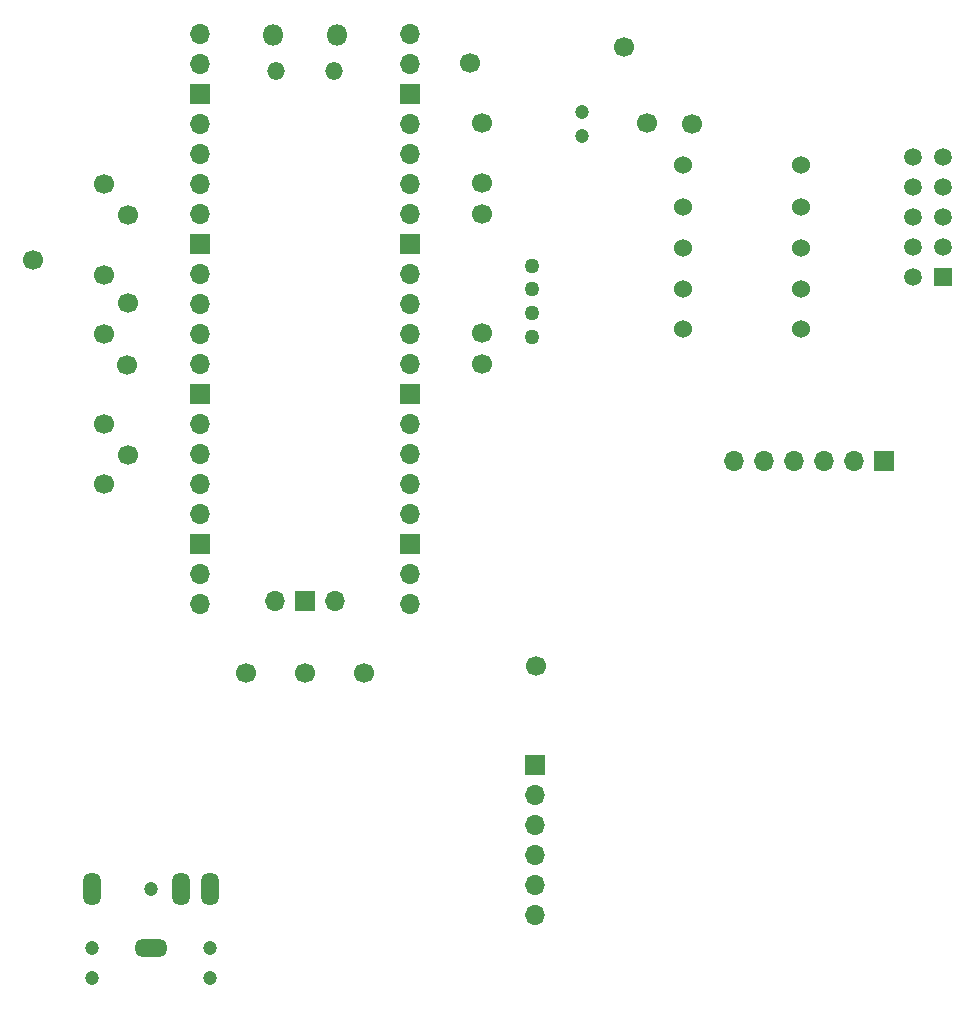
<source format=gbr>
%TF.GenerationSoftware,KiCad,Pcbnew,8.0.2*%
%TF.CreationDate,2024-05-27T09:17:52-04:00*%
%TF.ProjectId,GlassBreaker_KiCAD,476c6173-7342-4726-9561-6b65725f4b69,rev?*%
%TF.SameCoordinates,Original*%
%TF.FileFunction,Soldermask,Bot*%
%TF.FilePolarity,Negative*%
%FSLAX46Y46*%
G04 Gerber Fmt 4.6, Leading zero omitted, Abs format (unit mm)*
G04 Created by KiCad (PCBNEW 8.0.2) date 2024-05-27 09:17:52*
%MOMM*%
%LPD*%
G01*
G04 APERTURE LIST*
%ADD10C,1.700000*%
%ADD11R,1.700000X1.700000*%
%ADD12O,1.700000X1.700000*%
%ADD13C,1.524000*%
%ADD14C,1.200000*%
%ADD15R,1.490000X1.490000*%
%ADD16C,1.490000*%
%ADD17O,2.820000X1.512000*%
%ADD18O,1.512000X2.820000*%
%ADD19O,1.800000X1.800000*%
%ADD20O,1.500000X1.500000*%
%ADD21C,1.270000*%
G04 APERTURE END LIST*
D10*
%TO.C,*%
X364800000Y-158500000D03*
%TD*%
%TO.C,*%
X361000000Y-158400000D03*
%TD*%
%TO.C,*%
X315000000Y-163600000D03*
%TD*%
D11*
%TO.C,REF\u002A\u002A*%
X351500000Y-212750000D03*
D12*
X351500000Y-215290000D03*
X351500000Y-217830000D03*
X351500000Y-220370000D03*
X351500000Y-222910000D03*
X351500000Y-225450000D03*
%TD*%
D13*
%TO.C,REF\u002A\u002A*%
X374000000Y-162000000D03*
X364000000Y-162000000D03*
%TD*%
D10*
%TO.C,*%
X315000000Y-183900000D03*
%TD*%
%TO.C,*%
X316900000Y-178900000D03*
%TD*%
%TO.C,REF\u002A\u002A*%
X347000000Y-178800000D03*
%TD*%
%TO.C,*%
X315000000Y-171300000D03*
%TD*%
%TO.C,*%
X337000000Y-205000000D03*
%TD*%
%TO.C,*%
X309000000Y-170000000D03*
%TD*%
%TO.C,*%
X315000000Y-189000000D03*
%TD*%
%TO.C,*%
X347000000Y-166100000D03*
%TD*%
%TO.C,*%
X317000000Y-166200000D03*
%TD*%
D11*
%TO.C,REF\u002A\u002A*%
X381000000Y-187000000D03*
D12*
X378460000Y-187000000D03*
X375920000Y-187000000D03*
X373380000Y-187000000D03*
X370840000Y-187000000D03*
X368300000Y-187000000D03*
%TD*%
D10*
%TO.C,*%
X327000000Y-205000000D03*
%TD*%
D14*
%TO.C,REF\u002A\u002A*%
X355500000Y-159500000D03*
X355500000Y-157500000D03*
%TD*%
D10*
%TO.C,*%
X359000000Y-152000000D03*
%TD*%
%TO.C,*%
X332000000Y-205000000D03*
%TD*%
%TO.C,*%
X351600000Y-204400000D03*
%TD*%
D13*
%TO.C,REF\u002A\u002A*%
X374000000Y-172500000D03*
X364000000Y-172500000D03*
%TD*%
D10*
%TO.C,*%
X317000000Y-173700000D03*
%TD*%
D15*
%TO.C,REF\u002A\u002A*%
X386040000Y-171500000D03*
D16*
X383500000Y-171500000D03*
X386040000Y-168960000D03*
X383500000Y-168960000D03*
X386040000Y-166420000D03*
X383500000Y-166420000D03*
X386040000Y-163880000D03*
X383500000Y-163880000D03*
X386040000Y-161340000D03*
X383500000Y-161340000D03*
%TD*%
D10*
%TO.C,*%
X346000000Y-153300000D03*
%TD*%
%TO.C,*%
X315000000Y-176300000D03*
%TD*%
%TO.C,*%
X347000000Y-176200000D03*
%TD*%
D14*
%TO.C,REF\u002A\u002A*%
X314000000Y-230800000D03*
X324000000Y-230800000D03*
X314000000Y-228300000D03*
X324000000Y-228300000D03*
X319000000Y-223300000D03*
D17*
X319000000Y-228300000D03*
D18*
X324000000Y-223300000D03*
X314000000Y-223300000D03*
X321500000Y-223300000D03*
%TD*%
D10*
%TO.C,*%
X347000000Y-158400000D03*
%TD*%
D13*
%TO.C,REF\u002A\u002A*%
X374000000Y-165500000D03*
X364000000Y-165500000D03*
%TD*%
%TO.C,REF\u002A\u002A*%
X374000000Y-169000000D03*
X364000000Y-169000000D03*
%TD*%
%TO.C,REF\u002A\u002A*%
X374000000Y-175900000D03*
X364000000Y-175900000D03*
%TD*%
D10*
%TO.C,*%
X347000000Y-163500000D03*
%TD*%
%TO.C,*%
X317000000Y-186500000D03*
%TD*%
D19*
%TO.C,REF\u002A\u002A*%
X329275000Y-151000000D03*
D20*
X329575000Y-154030000D03*
X334425000Y-154030000D03*
D19*
X334725000Y-151000000D03*
D12*
X323110000Y-150870000D03*
X323110000Y-153410000D03*
D11*
X323110000Y-155950000D03*
D12*
X323110000Y-158490000D03*
X323110000Y-161030000D03*
X323110000Y-163570000D03*
X323110000Y-166110000D03*
D11*
X323110000Y-168650000D03*
D12*
X323110000Y-171190000D03*
X323110000Y-173730000D03*
X323110000Y-176270000D03*
X323110000Y-178810000D03*
D11*
X323110000Y-181350000D03*
D12*
X323110000Y-183890000D03*
X323110000Y-186430000D03*
X323110000Y-188970000D03*
X323110000Y-191510000D03*
D11*
X323110000Y-194050000D03*
D12*
X323110000Y-196590000D03*
X323110000Y-199130000D03*
X340890000Y-199130000D03*
X340890000Y-196590000D03*
D11*
X340890000Y-194050000D03*
D12*
X340890000Y-191510000D03*
X340890000Y-188970000D03*
X340890000Y-186430000D03*
X340890000Y-183890000D03*
D11*
X340890000Y-181350000D03*
D12*
X340890000Y-178810000D03*
X340890000Y-176270000D03*
X340890000Y-173730000D03*
X340890000Y-171190000D03*
D11*
X340890000Y-168650000D03*
D12*
X340890000Y-166110000D03*
X340890000Y-163570000D03*
X340890000Y-161030000D03*
X340890000Y-158490000D03*
D11*
X340890000Y-155950000D03*
D12*
X340890000Y-153410000D03*
X340890000Y-150870000D03*
X329460000Y-198900000D03*
D11*
X332000000Y-198900000D03*
D12*
X334540000Y-198900000D03*
%TD*%
D21*
%TO.C,REF\u002A\u002A*%
X351200000Y-170500000D03*
X351200000Y-172499999D03*
X351200000Y-174500000D03*
X351200000Y-176499998D03*
%TD*%
M02*

</source>
